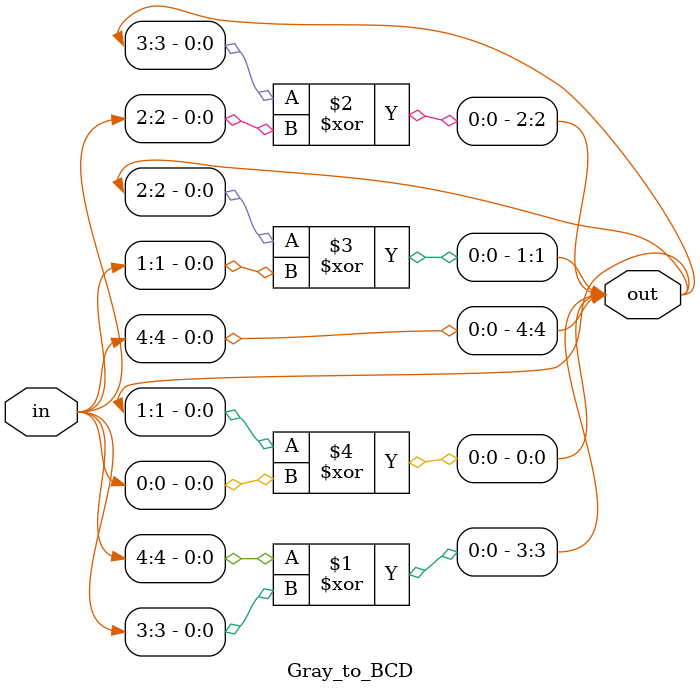
<source format=v>
module Gray_to_BCD #(parameter WIDTH = 5)(
input [WIDTH-1:0] in,
output [WIDTH-1:0] out
);

genvar i;
generate
	for(i=WIDTH-1;i>=0;i = i - 1) begin
		if(i == WIDTH-1) begin
			assign out[WIDTH-1]=in[WIDTH-1];
		end 
		else begin
			assign out[i]=out[i+1] ^ in[i];
		end
	end
endgenerate
endmodule

</source>
